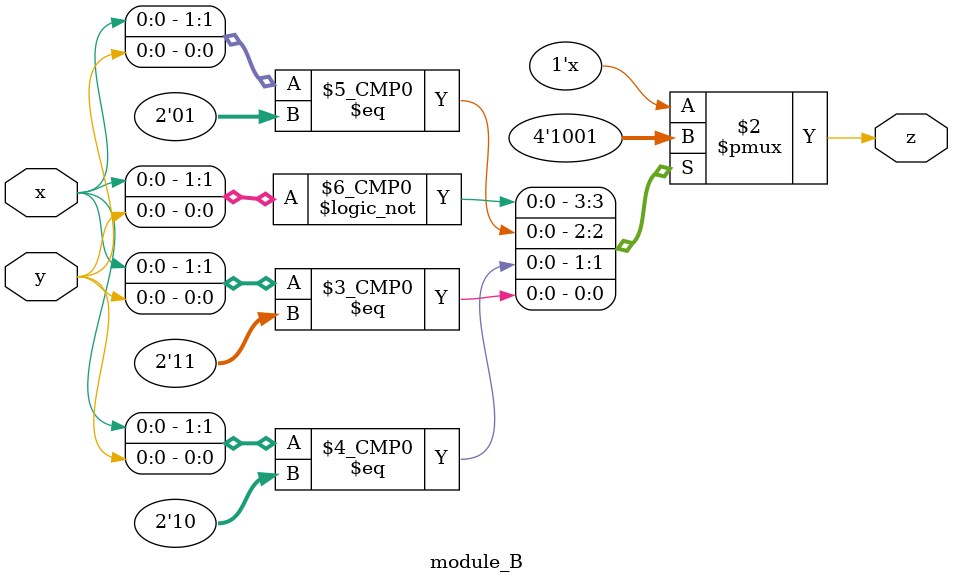
<source format=sv>
module top_module(
    input x,
    input y,
    output z
);

wire z_a1, z_b1, z_a2, z_b2;

// Instantiate the A and B submodules
module_A a1 (.x(x), .y(y), .z(z_a1));
module_A a2 (.x(x), .y(y), .z(z_a2));
module_B b1 (.x(x), .y(y), .z(z_b1));
module_B b2 (.x(x), .y(y), .z(z_b2));

// Connect the submodules to the logic gates
wire or_out;
assign or_out = z_a1 | z_b1;

wire and_out;
assign and_out = z_a2 & z_b2;

// Connect the logic gates to the top-level output
assign z = or_out ^ and_out;

endmodule
module module_A(
    input x,
    input y,
    output z
);

assign z = (x ^ y) & x;

endmodule
module module_B(
    input x,
    input y,
    output z
);

reg z;

always @(*) begin
    case ({x, y})
        2'b00: z = 1'b1;
        2'b01: z = 1'b0;
        2'b10: z = 1'b0;
        2'b11: z = 1'b1;
    endcase
end

endmodule

</source>
